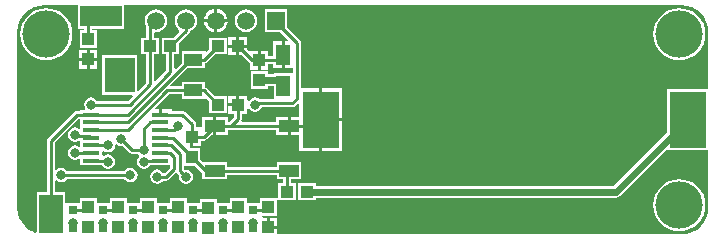
<source format=gtl>
G04 Layer_Physical_Order=1*
G04 Layer_Color=255*
%FSLAX25Y25*%
%MOIN*%
G70*
G01*
G75*
%ADD10R,0.03937X0.04331*%
%ADD11R,0.12402X0.18819*%
%ADD12R,0.04331X0.03937*%
%ADD13R,0.06693X0.03937*%
%ADD14R,0.06299X0.03937*%
%ADD15R,0.09842X0.11811*%
%ADD16R,0.04764X0.07047*%
%ADD17R,0.03150X0.03150*%
%ADD18R,0.05800X0.01400*%
%ADD19C,0.01000*%
%ADD20C,0.02362*%
%ADD21C,0.15748*%
%ADD22R,0.07874X0.06890*%
%ADD23C,0.03150*%
%ADD24C,0.05905*%
%ADD25R,0.05905X0.05905*%
G36*
X448813Y414231D02*
X448313Y413964D01*
X447922Y414225D01*
X447000Y414408D01*
X446078Y414225D01*
X445297Y413703D01*
X444775Y412922D01*
X444592Y412000D01*
X444775Y411078D01*
X445297Y410297D01*
X446078Y409775D01*
X447000Y409591D01*
X447922Y409775D01*
X448313Y410036D01*
X448813Y409769D01*
Y408231D01*
X448313Y407964D01*
X447922Y408225D01*
X447000Y408408D01*
X446078Y408225D01*
X445297Y407703D01*
X444775Y406922D01*
X444592Y406000D01*
X444775Y405078D01*
X445297Y404297D01*
X446078Y403775D01*
X447000Y403591D01*
X447922Y403775D01*
X448313Y404036D01*
X448813Y403769D01*
Y401813D01*
X455952D01*
X456297Y401297D01*
X457078Y400775D01*
X458000Y400592D01*
X458922Y400775D01*
X459703Y401297D01*
X460225Y402078D01*
X460408Y403000D01*
X460225Y403922D01*
X459703Y404703D01*
X458922Y405225D01*
X458000Y405408D01*
X457078Y405225D01*
X456687Y404964D01*
X456187Y405231D01*
Y406269D01*
X456687Y406536D01*
X457078Y406275D01*
X458000Y406091D01*
X458922Y406275D01*
X459703Y406797D01*
X460225Y407578D01*
X460408Y408500D01*
X460408Y408501D01*
X460596Y408644D01*
X460869Y408749D01*
X461578Y408275D01*
X462500Y408091D01*
X462960Y408183D01*
X465072Y406072D01*
X465498Y405787D01*
X466000Y405687D01*
X468036D01*
X468294Y405302D01*
X468367Y405184D01*
Y404750D01*
X468297Y404703D01*
X467775Y403922D01*
X467591Y403000D01*
X467775Y402078D01*
X468297Y401297D01*
X469078Y400775D01*
X470000Y400592D01*
X470922Y400775D01*
X471703Y401297D01*
X472048Y401813D01*
X478687D01*
Y401044D01*
X476956Y399313D01*
X476464D01*
X476203Y399703D01*
X475422Y400225D01*
X474500Y400409D01*
X473578Y400225D01*
X472797Y399703D01*
X472275Y398922D01*
X472091Y398000D01*
X472275Y397078D01*
X472797Y396297D01*
X473578Y395775D01*
X474500Y395591D01*
X475422Y395775D01*
X476203Y396297D01*
X476464Y396687D01*
X477500D01*
X478002Y396787D01*
X478428Y397072D01*
X480535Y399179D01*
X481033Y399130D01*
X481072Y399072D01*
X481683Y398461D01*
X481592Y398000D01*
X481775Y397078D01*
X482297Y396297D01*
X483078Y395775D01*
X484000Y395591D01*
X484922Y395775D01*
X485703Y396297D01*
X486225Y397078D01*
X486409Y398000D01*
X486225Y398922D01*
X485703Y399703D01*
X484922Y400225D01*
X484000Y400409D01*
X483735Y400356D01*
X483313Y400721D01*
Y401701D01*
X487096D01*
X489465Y399333D01*
Y397264D01*
X497732D01*
Y398707D01*
X514268D01*
Y397264D01*
X516341D01*
Y395756D01*
X514701D01*
Y390932D01*
X514256Y390799D01*
Y390799D01*
X508744D01*
Y389315D01*
X504256D01*
Y390799D01*
X498744D01*
Y389315D01*
X494256D01*
Y390646D01*
X488744D01*
Y389315D01*
X484256D01*
Y390799D01*
X478744D01*
Y389315D01*
X474256D01*
Y390799D01*
X468744D01*
Y389315D01*
X464256D01*
Y390799D01*
X458744D01*
Y389315D01*
X454256D01*
Y390799D01*
X448744D01*
Y389315D01*
X444138D01*
Y389315D01*
X443661Y389372D01*
Y392831D01*
X440250D01*
Y396716D01*
X440750Y396868D01*
X440797Y396797D01*
X441578Y396275D01*
X442500Y396092D01*
X443422Y396275D01*
X444203Y396797D01*
X444464Y397187D01*
X463536D01*
X463797Y396797D01*
X464578Y396275D01*
X465500Y396092D01*
X466422Y396275D01*
X467203Y396797D01*
X467725Y397578D01*
X467908Y398500D01*
X467725Y399422D01*
X467203Y400203D01*
X466422Y400725D01*
X465500Y400909D01*
X464578Y400725D01*
X463797Y400203D01*
X463536Y399813D01*
X444464D01*
X444203Y400203D01*
X443422Y400725D01*
X442500Y400909D01*
X441578Y400725D01*
X440797Y400203D01*
X440750Y400132D01*
X440250Y400284D01*
Y409393D01*
X448244Y417387D01*
X448813D01*
Y414231D01*
D02*
G37*
G36*
X651003Y455034D02*
X652682Y454525D01*
X654229Y453698D01*
X655585Y452585D01*
X656698Y451229D01*
X657524Y449682D01*
X658034Y448003D01*
X658200Y446319D01*
X658187Y446257D01*
Y427197D01*
X644217D01*
Y412850D01*
X626373Y395007D01*
X527299D01*
Y395756D01*
X521394D01*
Y390244D01*
X527299D01*
Y390993D01*
X627205D01*
X627973Y391146D01*
X628624Y391581D01*
X643955Y406912D01*
X644217Y406803D01*
Y406803D01*
X658187D01*
Y387683D01*
X658199Y387623D01*
X658035Y385949D01*
X657529Y384282D01*
X656707Y382745D01*
X655602Y381398D01*
X654255Y380293D01*
X652718Y379471D01*
X651051Y378965D01*
X649377Y378801D01*
X649317Y378813D01*
X514468D01*
Y380654D01*
X511500D01*
Y381154D01*
X511000D01*
Y384319D01*
X509644D01*
X509277Y384819D01*
X509301Y384894D01*
X514256D01*
Y390111D01*
X514701Y390244D01*
Y390244D01*
X520606D01*
Y395756D01*
X518966D01*
Y397264D01*
X522536D01*
Y402775D01*
X514268D01*
Y401332D01*
X497732D01*
Y402775D01*
X489734D01*
X488756Y403754D01*
Y407606D01*
X485285D01*
X485235Y407681D01*
X485500Y408176D01*
Y411346D01*
X486500D01*
Y408181D01*
X488969D01*
Y410034D01*
X489964D01*
X490467Y410134D01*
X490893Y410418D01*
X492486Y412012D01*
X493098D01*
Y414980D01*
Y417949D01*
X489252D01*
Y414894D01*
X488969Y414512D01*
X487313D01*
Y415500D01*
X487213Y416002D01*
X486928Y416428D01*
X483728Y419628D01*
X483302Y419913D01*
X482800Y420013D01*
X479400D01*
Y420400D01*
X476000D01*
Y418700D01*
X475000D01*
Y420400D01*
X473910D01*
X473718Y420862D01*
X478307Y425451D01*
X482563D01*
Y424008D01*
X490437D01*
X490437Y424008D01*
Y424008D01*
X490907Y423890D01*
X491701Y423096D01*
Y419244D01*
X497606D01*
Y424756D01*
X493754D01*
X490818Y427692D01*
X490437Y427947D01*
Y429520D01*
X482563D01*
Y428076D01*
X479058D01*
X478867Y428538D01*
X484573Y434244D01*
X490437D01*
Y435744D01*
X490656Y435787D01*
X491082Y436072D01*
X493754Y438744D01*
X497606D01*
Y444256D01*
X491701D01*
Y440404D01*
X490873Y439575D01*
X490437Y439756D01*
Y439756D01*
X482563D01*
Y435947D01*
X480621Y434005D01*
X480159Y434196D01*
Y438744D01*
X481799D01*
Y442596D01*
X484928Y445725D01*
X485213Y446151D01*
X485278Y446481D01*
X485886Y446733D01*
X486667Y447332D01*
X487267Y448114D01*
X487644Y449024D01*
X487772Y450000D01*
X487644Y450976D01*
X487267Y451886D01*
X486667Y452668D01*
X485886Y453267D01*
X484976Y453644D01*
X484000Y453772D01*
X483024Y453644D01*
X482114Y453267D01*
X481332Y452668D01*
X480733Y451886D01*
X480356Y450976D01*
X480228Y450000D01*
X480356Y449024D01*
X480733Y448114D01*
X481332Y447332D01*
X481776Y446993D01*
X481823Y446333D01*
X479746Y444256D01*
X475894D01*
Y438744D01*
X477534D01*
Y433446D01*
X473928Y429840D01*
X473466Y430031D01*
Y438744D01*
X475106D01*
Y444256D01*
X473466D01*
Y445919D01*
X473842Y446248D01*
X474000Y446228D01*
X474976Y446356D01*
X475886Y446733D01*
X476667Y447332D01*
X477267Y448114D01*
X477644Y449024D01*
X477772Y450000D01*
X477644Y450976D01*
X477267Y451886D01*
X476667Y452668D01*
X475886Y453267D01*
X474976Y453644D01*
X474000Y453772D01*
X473024Y453644D01*
X472114Y453267D01*
X471333Y452668D01*
X470733Y451886D01*
X470356Y450976D01*
X470228Y450000D01*
X470356Y449024D01*
X470733Y448114D01*
X470841Y447973D01*
Y444256D01*
X469201D01*
Y438744D01*
X470841D01*
Y429281D01*
X468064Y426504D01*
X467602Y426695D01*
Y438575D01*
X456185D01*
Y425189D01*
X466096D01*
X466287Y424727D01*
X464873Y423313D01*
X454464D01*
X454203Y423703D01*
X453422Y424225D01*
X452500Y424408D01*
X451578Y424225D01*
X450797Y423703D01*
X450275Y422922D01*
X450092Y422000D01*
X450275Y421078D01*
X450536Y420687D01*
X450269Y420187D01*
X448813D01*
Y420013D01*
X447700D01*
X447198Y419913D01*
X446772Y419628D01*
X438009Y410865D01*
X437724Y410439D01*
X437624Y409937D01*
Y392831D01*
X434213D01*
Y384366D01*
Y379608D01*
X433811Y379311D01*
X433282Y379471D01*
X431745Y380293D01*
X430398Y381398D01*
X429293Y382745D01*
X428471Y384282D01*
X427965Y385949D01*
X427801Y387623D01*
X427813Y387683D01*
Y437000D01*
Y446257D01*
X427800Y446319D01*
X427966Y448003D01*
X428476Y449682D01*
X429302Y451229D01*
X430415Y452585D01*
X431771Y453698D01*
X433318Y454525D01*
X434997Y455034D01*
X436681Y455200D01*
X436743Y455187D01*
X447992D01*
Y447358D01*
X450187D01*
Y446799D01*
X448744D01*
Y440894D01*
X454256D01*
Y446799D01*
X452813D01*
Y447358D01*
X463346D01*
Y455187D01*
X649257D01*
X649319Y455200D01*
X651003Y455034D01*
D02*
G37*
%LPC*%
G36*
X504512Y441000D02*
X501846D01*
Y438531D01*
X502612D01*
X505225Y435918D01*
X505532Y435714D01*
Y433681D01*
X508000D01*
Y436846D01*
Y440012D01*
X505532D01*
Y439978D01*
X505070Y439787D01*
X504512Y440345D01*
Y441000D01*
D02*
G37*
G36*
X437500Y454203D02*
X435802Y454036D01*
X434169Y453541D01*
X432665Y452737D01*
X431346Y451654D01*
X430264Y450335D01*
X429459Y448831D01*
X428964Y447198D01*
X428797Y445500D01*
X428964Y443802D01*
X429459Y442169D01*
X430264Y440665D01*
X431346Y439346D01*
X432665Y438264D01*
X434169Y437459D01*
X435802Y436964D01*
X437500Y436797D01*
X439198Y436964D01*
X440831Y437459D01*
X442335Y438264D01*
X443654Y439346D01*
X444736Y440665D01*
X445541Y442169D01*
X446036Y443802D01*
X446203Y445500D01*
X446036Y447198D01*
X445541Y448831D01*
X444736Y450335D01*
X443654Y451654D01*
X442335Y452737D01*
X440831Y453541D01*
X439198Y454036D01*
X437500Y454203D01*
D02*
G37*
G36*
X454468Y436654D02*
X452000D01*
Y433988D01*
X454468D01*
Y436654D01*
D02*
G37*
G36*
X451000D02*
X448531D01*
Y433988D01*
X451000D01*
Y436654D01*
D02*
G37*
G36*
X517740Y453740D02*
X510260D01*
Y446260D01*
X515437D01*
X518054Y443643D01*
X517862Y443181D01*
X517000D01*
Y438657D01*
Y434134D01*
X519687D01*
Y433146D01*
X519669Y432654D01*
X513331D01*
Y432161D01*
X511256D01*
Y433106D01*
X505744D01*
Y427201D01*
X511256D01*
Y428147D01*
X513331D01*
Y424032D01*
X512921Y423813D01*
X508539D01*
X507922Y424225D01*
X507000Y424408D01*
X506078Y424225D01*
X505297Y423703D01*
X505012Y423276D01*
X504512Y423428D01*
Y424968D01*
X501846D01*
Y422000D01*
X501346D01*
Y421500D01*
X498181D01*
Y419031D01*
X500034D01*
Y417890D01*
X498445Y416301D01*
X497945Y416313D01*
Y417949D01*
X494098D01*
Y414980D01*
Y412012D01*
X497945D01*
Y413668D01*
X514055D01*
Y412012D01*
X517902D01*
Y414980D01*
Y417949D01*
X514055D01*
Y416293D01*
X502792D01*
X502525Y416793D01*
X502559Y416844D01*
X502659Y417346D01*
Y419031D01*
X504512D01*
Y420572D01*
X505012Y420724D01*
X505297Y420297D01*
X506078Y419775D01*
X507000Y419592D01*
X507922Y419775D01*
X508703Y420297D01*
X509225Y421078D01*
X509247Y421187D01*
X519500D01*
X520002Y421287D01*
X520428Y421572D01*
X521337Y422481D01*
X521799Y422290D01*
Y417949D01*
X518902D01*
Y414980D01*
Y412012D01*
X521799D01*
Y406591D01*
X528500D01*
Y417000D01*
Y427410D01*
X522313D01*
Y442553D01*
X522213Y443055D01*
X521928Y443481D01*
X517740Y447669D01*
Y453740D01*
D02*
G37*
G36*
X514468Y384319D02*
X512000D01*
Y381654D01*
X514468D01*
Y384319D01*
D02*
G37*
G36*
X648500Y397203D02*
X646802Y397036D01*
X645169Y396541D01*
X643665Y395737D01*
X642346Y394654D01*
X641263Y393335D01*
X640459Y391831D01*
X639964Y390198D01*
X639797Y388500D01*
X639964Y386802D01*
X640459Y385169D01*
X641263Y383665D01*
X642346Y382346D01*
X643665Y381263D01*
X645169Y380459D01*
X646802Y379964D01*
X648500Y379797D01*
X650198Y379964D01*
X651831Y380459D01*
X653335Y381263D01*
X654654Y382346D01*
X655736Y383665D01*
X656541Y385169D01*
X657036Y386802D01*
X657203Y388500D01*
X657036Y390198D01*
X656541Y391831D01*
X655736Y393335D01*
X654654Y394654D01*
X653335Y395737D01*
X651831Y396541D01*
X650198Y397036D01*
X648500Y397203D01*
D02*
G37*
G36*
X536201Y416500D02*
X529500D01*
Y406591D01*
X536201D01*
Y416500D01*
D02*
G37*
G36*
X500846Y424968D02*
X498181D01*
Y422500D01*
X500846D01*
Y424968D01*
D02*
G37*
G36*
X536201Y427410D02*
X529500D01*
Y417500D01*
X536201D01*
Y427410D01*
D02*
G37*
G36*
X648500Y454203D02*
X646802Y454036D01*
X645169Y453541D01*
X643665Y452737D01*
X642346Y451654D01*
X641263Y450335D01*
X640459Y448831D01*
X639964Y447198D01*
X639797Y445500D01*
X639964Y443802D01*
X640459Y442169D01*
X641263Y440665D01*
X642346Y439346D01*
X643665Y438264D01*
X645169Y437459D01*
X646802Y436964D01*
X648500Y436797D01*
X650198Y436964D01*
X651831Y437459D01*
X653335Y438264D01*
X654654Y439346D01*
X655736Y440665D01*
X656541Y442169D01*
X657036Y443802D01*
X657203Y445500D01*
X657036Y447198D01*
X656541Y448831D01*
X655736Y450335D01*
X654654Y451654D01*
X653335Y452737D01*
X651831Y453541D01*
X650198Y454036D01*
X648500Y454203D01*
D02*
G37*
G36*
X497921Y449500D02*
X494500D01*
Y446079D01*
X495032Y446149D01*
X495993Y446547D01*
X496819Y447181D01*
X497453Y448007D01*
X497851Y448968D01*
X497921Y449500D01*
D02*
G37*
G36*
X493500D02*
X490079D01*
X490149Y448968D01*
X490547Y448007D01*
X491181Y447181D01*
X492007Y446547D01*
X492968Y446149D01*
X493500Y446079D01*
Y449500D01*
D02*
G37*
G36*
X504000Y453772D02*
X503024Y453644D01*
X502114Y453267D01*
X501333Y452668D01*
X500733Y451886D01*
X500356Y450976D01*
X500228Y450000D01*
X500356Y449024D01*
X500733Y448114D01*
X501333Y447332D01*
X502114Y446733D01*
X503024Y446356D01*
X504000Y446228D01*
X504976Y446356D01*
X505886Y446733D01*
X506668Y447332D01*
X507267Y448114D01*
X507644Y449024D01*
X507772Y450000D01*
X507644Y450976D01*
X507267Y451886D01*
X506668Y452668D01*
X505886Y453267D01*
X504976Y453644D01*
X504000Y453772D01*
D02*
G37*
G36*
X494500Y453921D02*
Y450500D01*
X497921D01*
X497851Y451032D01*
X497453Y451993D01*
X496819Y452819D01*
X495993Y453453D01*
X495032Y453851D01*
X494500Y453921D01*
D02*
G37*
G36*
X493500D02*
X492968Y453851D01*
X492007Y453453D01*
X491181Y452819D01*
X490547Y451993D01*
X490149Y451032D01*
X490079Y450500D01*
X493500D01*
Y453921D01*
D02*
G37*
G36*
X504512Y444468D02*
X501846D01*
Y442000D01*
X504512D01*
Y444468D01*
D02*
G37*
G36*
X454468Y440319D02*
X452000D01*
Y437654D01*
X454468D01*
Y440319D01*
D02*
G37*
G36*
X451000D02*
X448531D01*
Y437654D01*
X451000D01*
Y440319D01*
D02*
G37*
G36*
X516000Y443181D02*
X513118D01*
Y438159D01*
X511469D01*
Y440012D01*
X509000D01*
Y436846D01*
Y433681D01*
X511469D01*
Y435534D01*
X513118D01*
Y434134D01*
X516000D01*
Y438657D01*
Y443181D01*
D02*
G37*
G36*
X500846Y444468D02*
X498181D01*
Y442000D01*
X500846D01*
Y444468D01*
D02*
G37*
G36*
Y441000D02*
X498181D01*
Y438531D01*
X500846D01*
Y441000D01*
D02*
G37*
%LPD*%
D10*
X486000Y404654D02*
D03*
Y411346D02*
D03*
X508500Y430154D02*
D03*
Y436846D02*
D03*
X511500Y381154D02*
D03*
Y387846D02*
D03*
X501500Y381154D02*
D03*
Y387846D02*
D03*
X491500Y381000D02*
D03*
Y387693D02*
D03*
X481500Y381154D02*
D03*
Y387846D02*
D03*
X471500Y381154D02*
D03*
Y387846D02*
D03*
X461500Y381154D02*
D03*
Y387846D02*
D03*
X451500Y381154D02*
D03*
Y387846D02*
D03*
Y437154D02*
D03*
Y443846D02*
D03*
D11*
X651205Y417000D02*
D03*
X529000D02*
D03*
D12*
X494654Y422000D02*
D03*
X501346D02*
D03*
X494654Y441500D02*
D03*
X501346D02*
D03*
X517654Y393000D02*
D03*
X524346D02*
D03*
X478846Y441500D02*
D03*
X472154D02*
D03*
D13*
X493598Y414980D02*
D03*
Y400020D02*
D03*
X518402Y414980D02*
D03*
Y400020D02*
D03*
D14*
X486500Y426764D02*
D03*
Y437000D02*
D03*
D15*
X461894Y431882D02*
D03*
D16*
X516500Y438657D02*
D03*
Y428343D02*
D03*
D17*
X506500Y381047D02*
D03*
Y386953D02*
D03*
X496500Y381047D02*
D03*
Y386953D02*
D03*
X486500Y381047D02*
D03*
Y386953D02*
D03*
X476500Y381047D02*
D03*
Y386953D02*
D03*
X466500Y381047D02*
D03*
Y386953D02*
D03*
X456500Y381047D02*
D03*
Y386953D02*
D03*
X446500Y381047D02*
D03*
Y386953D02*
D03*
D18*
X452500Y418700D02*
D03*
Y416100D02*
D03*
Y413600D02*
D03*
Y411000D02*
D03*
Y408400D02*
D03*
Y405900D02*
D03*
Y403300D02*
D03*
X475500D02*
D03*
Y405900D02*
D03*
Y408400D02*
D03*
Y411000D02*
D03*
Y413600D02*
D03*
Y416100D02*
D03*
Y418700D02*
D03*
D19*
X472154Y448654D02*
X474000Y450500D01*
X447387Y411613D02*
X451887D01*
X447000Y412000D02*
X447387Y411613D01*
X451887D02*
X452500Y411000D01*
X447000Y406000D02*
X447100Y405900D01*
X462500Y410500D02*
X466000Y407000D01*
X470000D01*
X514000Y450000D02*
Y450500D01*
Y449553D02*
Y450000D01*
X484000D02*
Y450500D01*
Y446654D02*
Y450000D01*
X478846Y441500D02*
X484000Y446654D01*
X478846Y432902D02*
Y441500D01*
X526480Y414980D02*
X528500Y417000D01*
X490634Y400020D02*
X493598D01*
X518402Y414980D02*
X526480D01*
X451500Y450374D02*
X452717Y451591D01*
X438937Y388598D02*
Y409937D01*
X442500Y398500D02*
X465500D01*
X438937Y409937D02*
X447700Y418700D01*
X514689Y430154D02*
X516500Y428343D01*
X521000Y424000D02*
Y442553D01*
X519500Y422500D02*
X521000Y424000D01*
X507500Y422500D02*
X519500D01*
X514000Y449553D02*
X521000Y442553D01*
X507000Y422000D02*
X507500Y422500D01*
X480100Y413600D02*
X481500Y415000D01*
X475500Y413600D02*
X480100D01*
X472154Y428737D02*
Y441500D01*
X465417Y422000D02*
X472154Y428737D01*
X452500Y422000D02*
X465417D01*
X452500Y413600D02*
X464600D01*
X452500Y408400D02*
X457900D01*
X464644Y418700D02*
X478846Y432902D01*
X452500Y418700D02*
X464644D01*
X484472Y436000D02*
X485500D01*
X464572Y416100D02*
X484472Y436000D01*
X452500Y416100D02*
X464572D01*
X477764Y426764D02*
X486500D01*
X464600Y413600D02*
X477764Y426764D01*
X470000Y407000D02*
Y414000D01*
X472100Y416100D01*
X475500D01*
X479654Y411000D02*
X486000Y404654D01*
X475500Y411000D02*
X479654D01*
X479100Y408400D02*
X482000Y405500D01*
Y400000D02*
Y405500D01*
Y400000D02*
X484000Y398000D01*
X475500Y408400D02*
X479100D01*
X474500Y398000D02*
X477500D01*
X480000Y400500D01*
Y404500D01*
X478600Y405900D02*
X480000Y404500D01*
X475500Y405900D02*
X478600D01*
X485500Y436000D02*
X486500Y437000D01*
X517654Y399272D02*
X518402Y400020D01*
X517654Y393000D02*
Y399272D01*
X486000Y411346D02*
Y415500D01*
X482800Y418700D02*
X486000Y415500D01*
X475500Y418700D02*
X482800D01*
X498980Y414980D02*
X518402D01*
X447700Y418700D02*
X452500D01*
X451500Y443846D02*
Y450374D01*
X472154Y441500D02*
Y448654D01*
X490154Y437000D02*
X494654Y441500D01*
X486500Y437000D02*
X490154D01*
X489890Y426764D02*
X494654Y422000D01*
X486500Y426764D02*
X489890D01*
X486000Y404654D02*
X490634Y400020D01*
X493598D02*
X518402D01*
X447100Y405900D02*
X452500D01*
X457700Y403300D02*
X458000Y403000D01*
X452500Y403300D02*
X457700D01*
X457900Y408400D02*
X458000Y408500D01*
X470000Y403000D02*
X470300Y403300D01*
X475500D01*
X510606Y386953D02*
X511500Y387846D01*
X506500Y386953D02*
X510606D01*
X500606D02*
X501500Y387846D01*
X496500Y386953D02*
X500606D01*
X490760D02*
X491500Y387693D01*
X486500Y386953D02*
X490760D01*
X480606D02*
X481500Y387846D01*
X476500Y386953D02*
X480606D01*
X470606D02*
X471500Y387846D01*
X466500Y386953D02*
X470606D01*
X460606D02*
X461500Y387846D01*
X456500Y386953D02*
X460606D01*
X450606D02*
X451500Y387846D01*
X446500Y386953D02*
X450606D01*
X501500Y441500D02*
X506154Y436846D01*
X508500D01*
X514689D02*
X516500Y438657D01*
X508500Y436846D02*
X514689D01*
X501346Y417346D02*
Y422000D01*
X498980Y414980D02*
X501346Y417346D01*
X493598Y414980D02*
X498980D01*
X489964Y411346D02*
X493598Y414980D01*
X486000Y411346D02*
X489964D01*
D20*
X627205Y393000D02*
X651205Y417000D01*
X524346Y393000D02*
X627205D01*
X508500Y430154D02*
X514689D01*
D21*
X437500Y445500D02*
D03*
X648500Y388500D02*
D03*
Y445500D02*
D03*
D22*
X438937Y382693D02*
D03*
Y388598D02*
D03*
X452717Y451591D02*
D03*
X458622D02*
D03*
D23*
X479000Y441500D02*
D03*
X516500Y428343D02*
D03*
X524346Y393000D02*
D03*
X507000Y422000D02*
D03*
X506500Y382500D02*
D03*
X496500D02*
D03*
X486500D02*
D03*
X476500D02*
D03*
X466500D02*
D03*
X456500D02*
D03*
X446500D02*
D03*
X528500Y417000D02*
D03*
X501500Y441500D02*
D03*
X451500Y437000D02*
D03*
X511500Y381000D02*
D03*
X501500D02*
D03*
X491500D02*
D03*
X481500D02*
D03*
X471500D02*
D03*
X461500D02*
D03*
X451500D02*
D03*
X447000Y412000D02*
D03*
Y406000D02*
D03*
X462500Y410500D02*
D03*
X481500Y415000D02*
D03*
X484000Y398000D02*
D03*
X474500D02*
D03*
X470000Y403000D02*
D03*
Y407000D02*
D03*
X465500Y398500D02*
D03*
X442500D02*
D03*
X458000Y403000D02*
D03*
Y408500D02*
D03*
X452500Y422000D02*
D03*
D24*
X474000Y450000D02*
D03*
X484000D02*
D03*
X494000D02*
D03*
X504000D02*
D03*
D25*
X514000D02*
D03*
M02*

</source>
